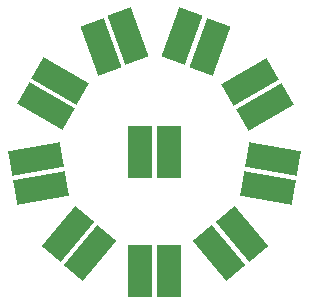
<source format=gtp>
%TF.GenerationSoftware,KiCad,Pcbnew,(6.0.9)*%
%TF.CreationDate,2023-02-02T11:12:29+01:00*%
%TF.ProjectId,SamsungLedBoard,53616d73-756e-4674-9c65-64426f617264,rev?*%
%TF.SameCoordinates,Original*%
%TF.FileFunction,Paste,Top*%
%TF.FilePolarity,Positive*%
%FSLAX46Y46*%
G04 Gerber Fmt 4.6, Leading zero omitted, Abs format (unit mm)*
G04 Created by KiCad (PCBNEW (6.0.9)) date 2023-02-02 11:12:29*
%MOMM*%
%LPD*%
G01*
G04 APERTURE LIST*
G04 Aperture macros list*
%AMRotRect*
0 Rectangle, with rotation*
0 The origin of the aperture is its center*
0 $1 length*
0 $2 width*
0 $3 Rotation angle, in degrees counterclockwise*
0 Add horizontal line*
21,1,$1,$2,0,0,$3*%
G04 Aperture macros list end*
%ADD10R,2.100000X4.430000*%
%ADD11RotRect,4.430000X2.100000X170.000000*%
%ADD12RotRect,4.430000X2.100000X330.000000*%
%ADD13RotRect,4.430000X2.100000X130.000000*%
%ADD14RotRect,4.430000X2.100000X290.000000*%
%ADD15RotRect,4.430000X2.100000X250.000000*%
%ADD16RotRect,4.430000X2.100000X50.000000*%
%ADD17RotRect,4.430000X2.100000X10.000000*%
%ADD18RotRect,4.430000X2.100000X210.000000*%
G04 APERTURE END LIST*
D10*
%TO.C,D5*%
X151250000Y-110000000D03*
X148750000Y-110000000D03*
%TD*%
D11*
%TO.C,D3*%
X160017060Y-100568990D03*
X159582940Y-103031010D03*
%TD*%
D12*
%TO.C,D8*%
X140775000Y-96082532D03*
X142025000Y-93917468D03*
%TD*%
D13*
%TO.C,D4*%
X157357556Y-106896515D03*
X155442444Y-108503485D03*
%TD*%
D14*
%TO.C,D9*%
X145425384Y-91027525D03*
X147774616Y-90172475D03*
%TD*%
D15*
%TO.C,D1*%
X152325384Y-90172475D03*
X154674616Y-91027525D03*
%TD*%
D10*
%TO.C,D10*%
X148750000Y-100000000D03*
X151250000Y-100000000D03*
%TD*%
D16*
%TO.C,D6*%
X144557556Y-108503485D03*
X142642444Y-106896515D03*
%TD*%
D17*
%TO.C,D7*%
X140417060Y-103031010D03*
X139982940Y-100568990D03*
%TD*%
D18*
%TO.C,D2*%
X158075000Y-94017468D03*
X159325000Y-96182532D03*
%TD*%
M02*

</source>
